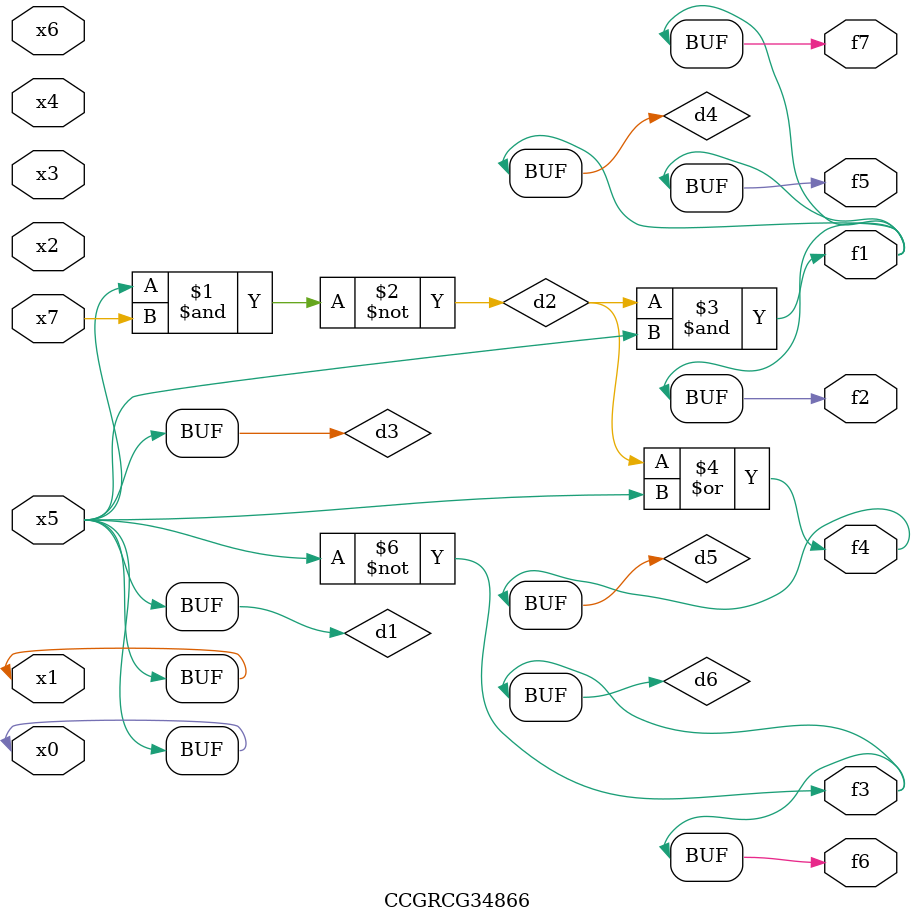
<source format=v>
module CCGRCG34866(
	input x0, x1, x2, x3, x4, x5, x6, x7,
	output f1, f2, f3, f4, f5, f6, f7
);

	wire d1, d2, d3, d4, d5, d6;

	buf (d1, x0, x5);
	nand (d2, x5, x7);
	buf (d3, x0, x1);
	and (d4, d2, d3);
	or (d5, d2, d3);
	nor (d6, d1, d3);
	assign f1 = d4;
	assign f2 = d4;
	assign f3 = d6;
	assign f4 = d5;
	assign f5 = d4;
	assign f6 = d6;
	assign f7 = d4;
endmodule

</source>
